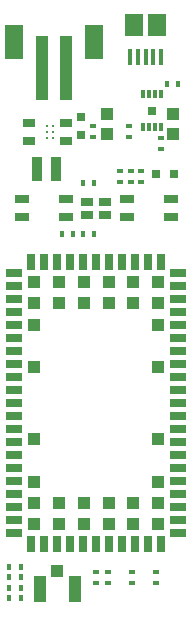
<source format=gtp>
G75*
%MOIN*%
%OFA0B0*%
%FSLAX25Y25*%
%IPPOS*%
%LPD*%
%AMOC8*
5,1,8,0,0,1.08239X$1,22.5*
%
%ADD10R,0.01575X0.05315*%
%ADD11R,0.05906X0.07480*%
%ADD12R,0.04921X0.02559*%
%ADD13R,0.03150X0.03150*%
%ADD14R,0.02400X0.01800*%
%ADD15R,0.04134X0.08661*%
%ADD16R,0.03937X0.04134*%
%ADD17R,0.01800X0.02400*%
%ADD18R,0.02756X0.05512*%
%ADD19R,0.05512X0.02756*%
%ADD20R,0.03937X0.03937*%
%ADD21R,0.03937X0.03150*%
%ADD22R,0.06299X0.11811*%
%ADD23R,0.03937X0.21654*%
%ADD24R,0.03543X0.07874*%
%ADD25R,0.04100X0.02800*%
%ADD26R,0.01181X0.03150*%
%ADD27R,0.02600X0.02600*%
%ADD28R,0.03937X0.04331*%
%ADD29C,0.01181*%
D10*
X0089045Y0187969D03*
X0091604Y0187969D03*
X0094163Y0187969D03*
X0096723Y0187969D03*
X0099282Y0187969D03*
D11*
X0098100Y0198500D03*
X0090226Y0198461D03*
D12*
X0087782Y0140551D03*
X0087782Y0134449D03*
X0102545Y0134449D03*
X0102545Y0140551D03*
X0067545Y0140551D03*
X0067545Y0134449D03*
X0052782Y0134449D03*
X0052782Y0140551D03*
D13*
X0072663Y0162047D03*
X0072663Y0167953D03*
X0097711Y0149000D03*
X0103616Y0149000D03*
D14*
X0092663Y0149900D03*
X0089163Y0149900D03*
X0085663Y0149900D03*
X0085663Y0146100D03*
X0089163Y0146100D03*
X0092663Y0146100D03*
X0099163Y0157100D03*
X0099163Y0160900D03*
X0088663Y0161100D03*
X0088663Y0164900D03*
X0076663Y0164900D03*
X0076663Y0161100D03*
X0077663Y0016400D03*
X0081663Y0016400D03*
X0089663Y0016400D03*
X0089663Y0012600D03*
X0081663Y0012600D03*
X0077663Y0012600D03*
X0097663Y0012600D03*
X0097663Y0016400D03*
D15*
X0070471Y0010500D03*
X0058856Y0010500D03*
D16*
X0064663Y0016514D03*
D17*
X0048763Y0007500D03*
X0052563Y0007500D03*
X0052563Y0011000D03*
X0052563Y0014500D03*
X0048763Y0014500D03*
X0048763Y0011000D03*
X0048763Y0018000D03*
X0052563Y0018000D03*
X0066263Y0129000D03*
X0070063Y0129000D03*
X0073263Y0129000D03*
X0077063Y0129000D03*
X0077063Y0146000D03*
X0073263Y0146000D03*
X0101263Y0179000D03*
X0105063Y0179000D03*
D18*
X0099317Y0119547D03*
X0094986Y0119547D03*
X0090656Y0119547D03*
X0086325Y0119547D03*
X0081994Y0119547D03*
X0077663Y0119547D03*
X0073333Y0119547D03*
X0069002Y0119547D03*
X0064671Y0119547D03*
X0060341Y0119547D03*
X0056010Y0119547D03*
X0056010Y0025453D03*
X0060341Y0025453D03*
X0064671Y0025453D03*
X0069002Y0025453D03*
X0073333Y0025453D03*
X0077663Y0025453D03*
X0081994Y0025453D03*
X0086325Y0025453D03*
X0090656Y0025453D03*
X0094986Y0025453D03*
X0099317Y0025453D03*
D19*
X0105026Y0029193D03*
X0105026Y0033524D03*
X0105026Y0037854D03*
X0105026Y0042185D03*
X0105026Y0046516D03*
X0105026Y0050846D03*
X0105026Y0055177D03*
X0105026Y0059508D03*
X0105026Y0063839D03*
X0105026Y0068169D03*
X0105026Y0072500D03*
X0105026Y0076831D03*
X0105026Y0081161D03*
X0105026Y0085492D03*
X0105026Y0089823D03*
X0105026Y0094154D03*
X0105026Y0098484D03*
X0105026Y0102815D03*
X0105026Y0107146D03*
X0105026Y0111476D03*
X0105026Y0115807D03*
X0050301Y0115807D03*
X0050301Y0111476D03*
X0050301Y0107146D03*
X0050301Y0102815D03*
X0050301Y0098484D03*
X0050301Y0094154D03*
X0050301Y0089823D03*
X0050301Y0085492D03*
X0050301Y0081161D03*
X0050301Y0076831D03*
X0050301Y0072500D03*
X0050301Y0068169D03*
X0050301Y0063839D03*
X0050301Y0059508D03*
X0050301Y0055177D03*
X0050301Y0050846D03*
X0050301Y0046516D03*
X0050301Y0042185D03*
X0050301Y0037854D03*
X0050301Y0033524D03*
X0050301Y0029193D03*
D20*
X0056994Y0032146D03*
X0065262Y0032146D03*
X0073530Y0032146D03*
X0081797Y0032146D03*
X0090065Y0032146D03*
X0098333Y0032146D03*
X0098333Y0039232D03*
X0090065Y0039232D03*
X0081797Y0039232D03*
X0073530Y0039232D03*
X0065262Y0039232D03*
X0056994Y0039232D03*
X0056994Y0046319D03*
X0056994Y0060492D03*
X0098333Y0060492D03*
X0098333Y0046319D03*
X0098333Y0084508D03*
X0098333Y0098681D03*
X0098333Y0105768D03*
X0090065Y0105768D03*
X0081797Y0105768D03*
X0073530Y0105768D03*
X0065262Y0105768D03*
X0056994Y0105768D03*
X0056994Y0112854D03*
X0065262Y0112854D03*
X0073530Y0112854D03*
X0081797Y0112854D03*
X0090065Y0112854D03*
X0098333Y0112854D03*
X0056994Y0098681D03*
X0056994Y0084508D03*
D21*
X0074711Y0135335D03*
X0080616Y0135335D03*
X0080616Y0139665D03*
X0074711Y0139665D03*
D22*
X0077049Y0193063D03*
X0050278Y0193063D03*
D23*
X0059726Y0184126D03*
X0067600Y0184126D03*
D24*
X0064313Y0150500D03*
X0058014Y0150500D03*
D25*
X0055163Y0160050D03*
X0055163Y0165950D03*
X0067663Y0165950D03*
X0067663Y0160050D03*
D26*
X0093211Y0164488D03*
X0095179Y0164488D03*
X0097148Y0164488D03*
X0099116Y0164488D03*
X0099116Y0175512D03*
X0097148Y0175512D03*
X0095179Y0175512D03*
X0093211Y0175512D03*
D27*
X0096163Y0170000D03*
D28*
X0103163Y0168846D03*
X0103163Y0162154D03*
X0081163Y0162154D03*
X0081163Y0168846D03*
D29*
X0063148Y0164969D03*
X0061179Y0164969D03*
X0061179Y0163000D03*
X0061179Y0161031D03*
X0063148Y0161031D03*
X0063148Y0163000D03*
M02*

</source>
